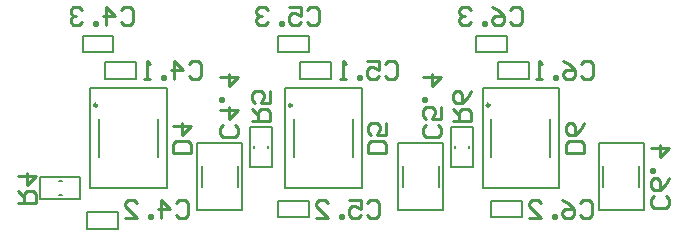
<source format=gbo>
G04*
G04 #@! TF.GenerationSoftware,Altium Limited,Altium Designer,18.0.9 (584)*
G04*
G04 Layer_Color=32896*
%FSLAX43Y43*%
%MOMM*%
G71*
G01*
G75*
%ADD12C,0.250*%
%ADD13C,0.127*%
%ADD14C,0.200*%
%ADD15C,0.254*%
D12*
X7100Y15300D02*
G03*
X7100Y15300I-125J0D01*
G01*
X23600Y15300D02*
G03*
X23600Y15300I-125J0D01*
G01*
X40350D02*
G03*
X40350Y15300I-125J0D01*
G01*
D13*
X7800Y18950D02*
X10400D01*
Y17550D02*
Y18950D01*
X7800Y17550D02*
X10400D01*
X7800D02*
Y18950D01*
X8850Y4850D02*
Y6250D01*
X6250D02*
X8850D01*
X6250Y4850D02*
Y6250D01*
Y4850D02*
X8850D01*
X8500Y19800D02*
Y21200D01*
X5900D02*
X8500D01*
X5900Y19800D02*
Y21200D01*
Y19800D02*
X8500D01*
X24300Y18950D02*
X26900D01*
Y17550D02*
Y18950D01*
X24300Y17550D02*
X26900D01*
X24300D02*
Y18950D01*
X25050Y5800D02*
Y7200D01*
X22450D02*
X25050D01*
X22450Y5800D02*
Y7200D01*
Y5800D02*
X25050D01*
X25050Y19800D02*
Y21200D01*
X22450D02*
X25050D01*
X22450Y19800D02*
Y21200D01*
Y19800D02*
X25050D01*
X41075Y18950D02*
X43675D01*
Y17550D02*
Y18950D01*
X41075Y17550D02*
X43675D01*
X41075D02*
Y18950D01*
X40450Y5800D02*
X43050D01*
X40450D02*
Y7200D01*
X43050D01*
Y5800D02*
Y7200D01*
X41800Y19800D02*
Y21200D01*
X39200D02*
X41800D01*
X39200Y19800D02*
Y21200D01*
Y19800D02*
X41800D01*
X2300Y9250D02*
X5700D01*
X2300Y7350D02*
Y9250D01*
X5700Y7350D02*
Y9250D01*
X2300Y7350D02*
X5700D01*
X20050Y10050D02*
Y13450D01*
Y10050D02*
X21950D01*
X20050Y13450D02*
X21950D01*
Y10050D02*
Y13450D01*
X49600Y6400D02*
Y12100D01*
Y6400D02*
X53400D01*
X49600Y12100D02*
X53400D01*
Y6400D02*
Y12100D01*
X37050Y10050D02*
Y13450D01*
Y10050D02*
X38950D01*
X37050Y13450D02*
X38950D01*
Y10050D02*
Y13450D01*
X32600Y6400D02*
Y12100D01*
Y6400D02*
X36400D01*
X32600Y12100D02*
X36400D01*
Y6400D02*
Y12100D01*
X15600Y6400D02*
Y12100D01*
Y6400D02*
X19400D01*
X15600Y12100D02*
X19400D01*
Y6400D02*
Y12100D01*
X6500Y8250D02*
Y16750D01*
Y8250D02*
X13000D01*
Y16750D01*
X6500D02*
X13000D01*
X23000Y8250D02*
Y16750D01*
Y8250D02*
X29500D01*
Y16750D01*
X23000D02*
X29500D01*
X39750Y8250D02*
Y16750D01*
Y8250D02*
X46250D01*
Y16750D01*
X39750D02*
X46250D01*
D14*
X3900Y8900D02*
X4100D01*
X3900Y7700D02*
X4100D01*
X20400Y11650D02*
Y11850D01*
X21600Y11650D02*
Y11850D01*
X49975Y8350D02*
Y10150D01*
X53025Y8350D02*
Y10150D01*
X37400Y11650D02*
Y11850D01*
X38600Y11650D02*
Y11850D01*
X32975Y8350D02*
Y10150D01*
X36025Y8350D02*
Y10150D01*
X15975Y8350D02*
Y10150D01*
X19025Y8350D02*
Y10150D01*
X7250Y10900D02*
Y14100D01*
X12250Y10900D02*
Y14100D01*
X23750Y10900D02*
Y14100D01*
X28750Y10900D02*
Y14100D01*
X40500Y10900D02*
Y14100D01*
X45500Y10900D02*
Y14100D01*
D15*
X37253Y13981D02*
X38776D01*
Y14742D01*
X38523Y14996D01*
X38015D01*
X37761Y14742D01*
Y13981D01*
Y14488D02*
X37253Y14996D01*
X38776Y16520D02*
X38523Y16012D01*
X38015Y15504D01*
X37507D01*
X37253Y15758D01*
Y16266D01*
X37507Y16520D01*
X37761D01*
X38015Y16266D01*
Y15504D01*
X20253Y13981D02*
X21777D01*
Y14742D01*
X21523Y14996D01*
X21015D01*
X20761Y14742D01*
Y13981D01*
Y14488D02*
X20253Y14996D01*
X21777Y16520D02*
Y15504D01*
X21015D01*
X21269Y16012D01*
Y16266D01*
X21015Y16520D01*
X20507D01*
X20253Y16266D01*
Y15758D01*
X20507Y15504D01*
X403Y7042D02*
X1927D01*
Y7803D01*
X1673Y8057D01*
X1165D01*
X911Y7803D01*
Y7042D01*
Y7549D02*
X403Y8057D01*
Y9327D02*
X1927D01*
X1165Y8565D01*
Y9581D01*
X48349Y11250D02*
X46825D01*
Y12012D01*
X47079Y12266D01*
X48095D01*
X48349Y12012D01*
Y11250D01*
Y13789D02*
X48095Y13281D01*
X47587Y12774D01*
X47079D01*
X46825Y13027D01*
Y13535D01*
X47079Y13789D01*
X47333D01*
X47587Y13535D01*
Y12774D01*
X31573Y11250D02*
X30050D01*
Y12012D01*
X30304Y12266D01*
X31320D01*
X31573Y12012D01*
Y11250D01*
Y13789D02*
Y12774D01*
X30812D01*
X31066Y13281D01*
Y13535D01*
X30812Y13789D01*
X30304D01*
X30050Y13535D01*
Y13027D01*
X30304Y12774D01*
X15024Y11250D02*
X13500D01*
Y12012D01*
X13754Y12266D01*
X14770D01*
X15024Y12012D01*
Y11250D01*
X13500Y13535D02*
X15024D01*
X14262Y12774D01*
Y13789D01*
X55242Y7601D02*
X55495Y7348D01*
Y6840D01*
X55242Y6586D01*
X54226D01*
X53972Y6840D01*
Y7348D01*
X54226Y7601D01*
X55495Y9125D02*
X55242Y8617D01*
X54734Y8109D01*
X54226D01*
X53972Y8363D01*
Y8871D01*
X54226Y9125D01*
X54480D01*
X54734Y8871D01*
Y8109D01*
X53972Y9633D02*
X54226D01*
Y9887D01*
X53972D01*
Y9633D01*
Y11664D02*
X55495D01*
X54734Y10902D01*
Y11918D01*
X42077Y23339D02*
X42331Y23593D01*
X42838D01*
X43092Y23339D01*
Y22324D01*
X42838Y22070D01*
X42331D01*
X42077Y22324D01*
X40553Y23593D02*
X41061Y23339D01*
X41569Y22831D01*
Y22324D01*
X41315Y22070D01*
X40807D01*
X40553Y22324D01*
Y22578D01*
X40807Y22831D01*
X41569D01*
X40045Y22070D02*
Y22324D01*
X39791D01*
Y22070D01*
X40045D01*
X38776Y23339D02*
X38522Y23593D01*
X38014D01*
X37760Y23339D01*
Y23085D01*
X38014Y22831D01*
X38268D01*
X38014D01*
X37760Y22578D01*
Y22324D01*
X38014Y22070D01*
X38522D01*
X38776Y22324D01*
X47959Y7053D02*
X48213Y7307D01*
X48721D01*
X48975Y7053D01*
Y6038D01*
X48721Y5784D01*
X48213D01*
X47959Y6038D01*
X46436Y7307D02*
X46943Y7053D01*
X47451Y6546D01*
Y6038D01*
X47197Y5784D01*
X46689D01*
X46436Y6038D01*
Y6292D01*
X46689Y6546D01*
X47451D01*
X45928Y5784D02*
Y6038D01*
X45674D01*
Y5784D01*
X45928D01*
X43642D02*
X44658D01*
X43642Y6799D01*
Y7053D01*
X43896Y7307D01*
X44404D01*
X44658Y7053D01*
X48105Y18778D02*
X48359Y19032D01*
X48867D01*
X49121Y18778D01*
Y17762D01*
X48867Y17508D01*
X48359D01*
X48105Y17762D01*
X46582Y19032D02*
X47090Y18778D01*
X47597Y18270D01*
Y17762D01*
X47344Y17508D01*
X46836D01*
X46582Y17762D01*
Y18016D01*
X46836Y18270D01*
X47597D01*
X46074Y17508D02*
Y17762D01*
X45820D01*
Y17508D01*
X46074D01*
X44804D02*
X44297D01*
X44550D01*
Y19032D01*
X44804Y18778D01*
X35971Y13632D02*
X36225Y13378D01*
Y12870D01*
X35971Y12617D01*
X34956D01*
X34702Y12870D01*
Y13378D01*
X34956Y13632D01*
X36225Y15156D02*
Y14140D01*
X35463D01*
X35717Y14648D01*
Y14902D01*
X35463Y15156D01*
X34956D01*
X34702Y14902D01*
Y14394D01*
X34956Y14140D01*
X34702Y15664D02*
X34956D01*
Y15918D01*
X34702D01*
Y15664D01*
Y17695D02*
X36225D01*
X35463Y16933D01*
Y17949D01*
X24876Y23339D02*
X25130Y23593D01*
X25637D01*
X25891Y23339D01*
Y22324D01*
X25637Y22070D01*
X25130D01*
X24876Y22324D01*
X23352Y23593D02*
X24368D01*
Y22831D01*
X23860Y23085D01*
X23606D01*
X23352Y22831D01*
Y22324D01*
X23606Y22070D01*
X24114D01*
X24368Y22324D01*
X22844Y22070D02*
Y22324D01*
X22590D01*
Y22070D01*
X22844D01*
X21575Y23339D02*
X21321Y23593D01*
X20813D01*
X20559Y23339D01*
Y23085D01*
X20813Y22831D01*
X21067D01*
X20813D01*
X20559Y22578D01*
Y22324D01*
X20813Y22070D01*
X21321D01*
X21575Y22324D01*
X29934Y7053D02*
X30188Y7307D01*
X30696D01*
X30950Y7053D01*
Y6038D01*
X30696Y5784D01*
X30188D01*
X29934Y6038D01*
X28411Y7307D02*
X29426D01*
Y6546D01*
X28918Y6799D01*
X28665D01*
X28411Y6546D01*
Y6038D01*
X28665Y5784D01*
X29172D01*
X29426Y6038D01*
X27903Y5784D02*
Y6038D01*
X27649D01*
Y5784D01*
X27903D01*
X25618D02*
X26633D01*
X25618Y6799D01*
Y7053D01*
X25871Y7307D01*
X26379D01*
X26633Y7053D01*
X31455Y18778D02*
X31709Y19032D01*
X32217D01*
X32471Y18778D01*
Y17762D01*
X32217Y17508D01*
X31709D01*
X31455Y17762D01*
X29932Y19032D02*
X30948D01*
Y18270D01*
X30440Y18524D01*
X30186D01*
X29932Y18270D01*
Y17762D01*
X30186Y17508D01*
X30694D01*
X30948Y17762D01*
X29424Y17508D02*
Y17762D01*
X29170D01*
Y17508D01*
X29424D01*
X28155D02*
X27647D01*
X27901D01*
Y19032D01*
X28155Y18778D01*
X18817Y13632D02*
X19071Y13378D01*
Y12870D01*
X18817Y12617D01*
X17801D01*
X17547Y12870D01*
Y13378D01*
X17801Y13632D01*
X17547Y14902D02*
X19071D01*
X18309Y14140D01*
Y15156D01*
X17547Y15664D02*
X17801D01*
Y15918D01*
X17547D01*
Y15664D01*
Y17695D02*
X19071D01*
X18309Y16933D01*
Y17949D01*
X9177Y23339D02*
X9431Y23593D01*
X9939D01*
X10193Y23339D01*
Y22324D01*
X9939Y22070D01*
X9431D01*
X9177Y22324D01*
X7908Y22070D02*
Y23593D01*
X8669Y22831D01*
X7654D01*
X7146Y22070D02*
Y22324D01*
X6892D01*
Y22070D01*
X7146D01*
X5876Y23339D02*
X5622Y23593D01*
X5114D01*
X4861Y23339D01*
Y23085D01*
X5114Y22831D01*
X5368D01*
X5114D01*
X4861Y22578D01*
Y22324D01*
X5114Y22070D01*
X5622D01*
X5876Y22324D01*
X13759Y7053D02*
X14013Y7307D01*
X14521D01*
X14775Y7053D01*
Y6038D01*
X14521Y5784D01*
X14013D01*
X13759Y6038D01*
X12489Y5784D02*
Y7307D01*
X13251Y6546D01*
X12236D01*
X11728Y5784D02*
Y6038D01*
X11474D01*
Y5784D01*
X11728D01*
X9442D02*
X10458D01*
X9442Y6799D01*
Y7053D01*
X9696Y7307D01*
X10204D01*
X10458Y7053D01*
X14895Y18778D02*
X15149Y19032D01*
X15657D01*
X15911Y18778D01*
Y17762D01*
X15657Y17508D01*
X15149D01*
X14895Y17762D01*
X13626Y17508D02*
Y19032D01*
X14387Y18270D01*
X13372D01*
X12864Y17508D02*
Y17762D01*
X12610D01*
Y17508D01*
X12864D01*
X11594D02*
X11086D01*
X11340D01*
Y19032D01*
X11594Y18778D01*
M02*

</source>
